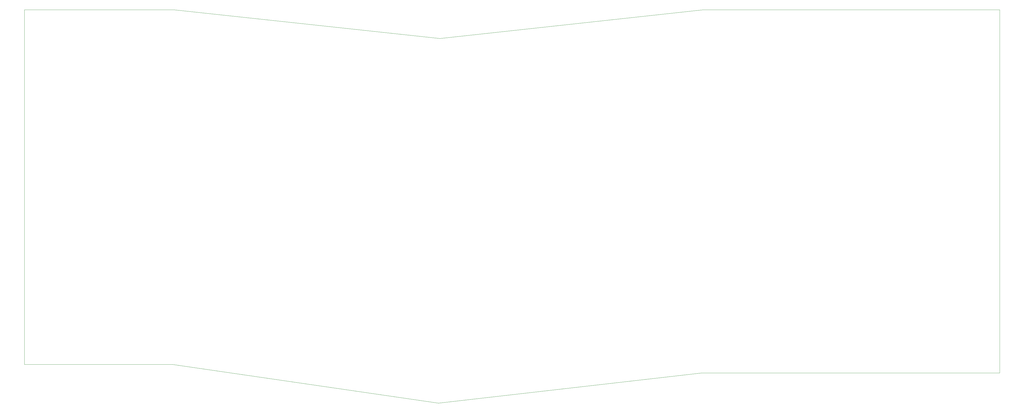
<source format=gbr>
%TF.GenerationSoftware,KiCad,Pcbnew,9.0.2*%
%TF.CreationDate,2025-06-19T20:24:17-07:00*%
%TF.ProjectId,toro-pcb,746f726f-2d70-4636-922e-6b696361645f,rev?*%
%TF.SameCoordinates,Original*%
%TF.FileFunction,Profile,NP*%
%FSLAX46Y46*%
G04 Gerber Fmt 4.6, Leading zero omitted, Abs format (unit mm)*
G04 Created by KiCad (PCBNEW 9.0.2) date 2025-06-19 20:24:17*
%MOMM*%
%LPD*%
G01*
G04 APERTURE LIST*
%TA.AperFunction,Profile*%
%ADD10C,0.050000*%
%TD*%
G04 APERTURE END LIST*
D10*
X74000000Y-31500000D02*
X166500000Y-41500000D01*
X258000000Y-31500000D02*
X361208484Y-31500000D01*
X22000000Y-155000000D02*
X73500000Y-155000000D01*
X257500000Y-158000000D02*
X361208484Y-158000000D01*
X22000000Y-155000000D02*
X22000000Y-31500000D01*
X166500000Y-41500000D02*
X258000000Y-31500000D01*
X166000000Y-168500000D02*
X257500000Y-158000000D01*
X22000000Y-31500000D02*
X74000000Y-31500000D01*
X361208484Y-31500000D02*
X361208484Y-158000000D01*
X73500000Y-155000000D02*
X166000000Y-168500000D01*
M02*

</source>
